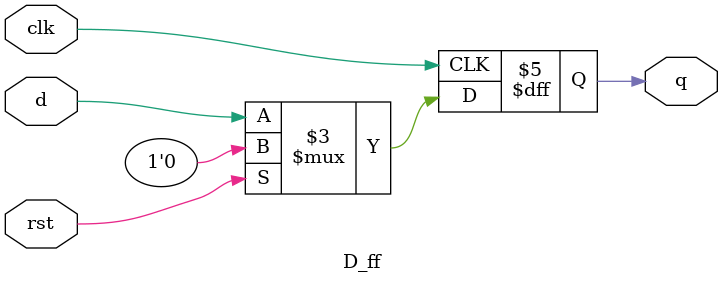
<source format=v>
`timescale 1ns / 1ps


module D_ff(input d, clk, rst, output reg q);
 always @ (posedge clk) begin
 if (rst) q <= 0;
 else q <= d;
 end
endmodule


/*module d_ff(input din, clk, rst, output reg dout);
 always @ (posedge clk) begin
 if (rst) dout <= 0;
 else dout <= din;
 end
endmodule*/

</source>
